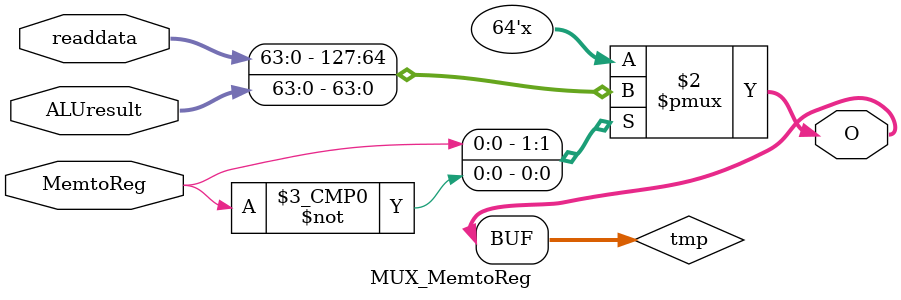
<source format=v>
module MUX_MemtoReg(readdata,ALUresult,MemtoReg,O);
	input [63:0] readdata;
	input [63:0] ALUresult;
	input MemtoReg;
	output [63:0] O;
	
	reg [63:0] tmp;
	
	
	always @(*)
   begin
		case(MemtoReg)
			1'b1:
				tmp = readdata;
			1'b0:
				tmp = ALUresult;
		endcase
	end
	
	assign O = tmp;

endmodule
</source>
